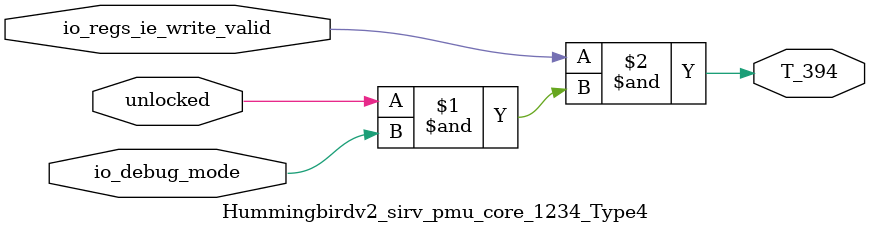
<source format=sv>




module Hummingbirdv2_sirv_pmu_core_1234_Type4 (
    input logic io_regs_ie_write_valid,
    input logic unlocked,
    input logic io_debug_mode,
    output logic T_394
);

// cwe-1234 Type 4 insertion
// Originally, T_394 is only written high
// if io_regs_ie_write_valid is set high, and the unlocked
// signal is also set high. I have inserted a io_debug_mode signal
// into the top of the module as a input, and now using an or, 
// T_394 can be driven high without the unlocked signal being high.
assign T_394 = io_regs_ie_write_valid & (unlocked & io_debug_mode);

endmodule

</source>
